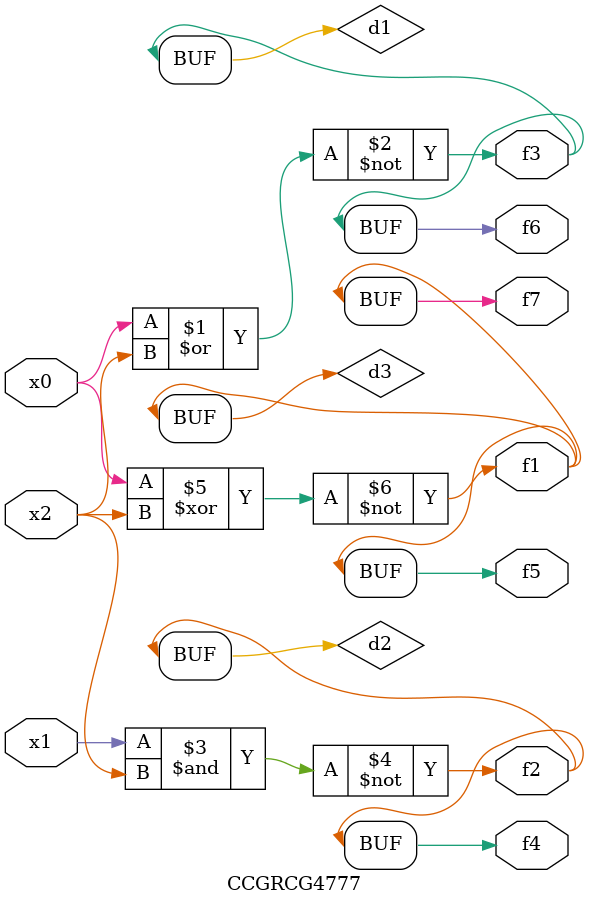
<source format=v>
module CCGRCG4777(
	input x0, x1, x2,
	output f1, f2, f3, f4, f5, f6, f7
);

	wire d1, d2, d3;

	nor (d1, x0, x2);
	nand (d2, x1, x2);
	xnor (d3, x0, x2);
	assign f1 = d3;
	assign f2 = d2;
	assign f3 = d1;
	assign f4 = d2;
	assign f5 = d3;
	assign f6 = d1;
	assign f7 = d3;
endmodule

</source>
